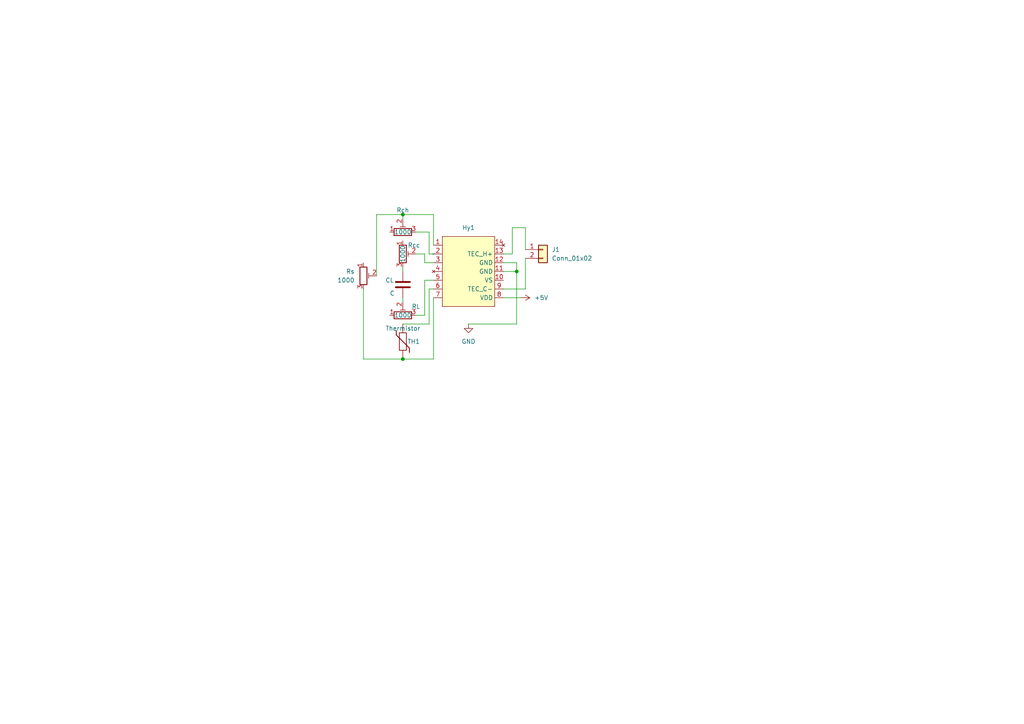
<source format=kicad_sch>
(kicad_sch (version 20230121) (generator eeschema)
  (paper "A4")
  (lib_symbols
    (symbol "Connector_Generic:Conn_01x02" (pin_names (offset 1.016) hide)
      (property "Reference" "J" (at 0 2.54 0))
      (property "Value" "Conn_01x02" (at 0 -5.08 0))
      (symbol "Conn_01x02_1_1"
        (rectangle (start -1.27 -2.413) (end 0 -2.667) (stroke (width 0.1524)))
        (rectangle (start -1.27 0.127) (end 0 -0.127) (stroke (width 0.1524)))
        (rectangle (start -1.27 1.27) (end 1.27 -3.81) (stroke (width 0.254)) (fill (type background)))
        (pin passive line (at -5.08 0 0) (length 3.81) (name "Pin_1") (number "1"))
        (pin passive line (at -5.08 -2.54 0) (length 3.81) (name "Pin_2") (number "2"))
      )
    )
    (symbol "Device:C" (pin_numbers hide) (pin_names (offset 0.254))
      (property "Reference" "C" (at 0.635 2.54 0))
      (property "Value" "C" (at 0.635 -2.54 0))
      (symbol "C_0_1"
        (polyline (pts (xy -2.032 -0.762) (xy 2.032 -0.762)) (stroke (width 0.508)))
        (polyline (pts (xy -2.032 0.762) (xy 2.032 0.762)) (stroke (width 0.508)))
      )
      (symbol "C_1_1"
        (pin passive line (at 0 3.81 270) (length 2.794) (name "~") (number "1"))
        (pin passive line (at 0 -3.81 90) (length 2.794) (name "~") (number "2"))
      )
    )
    (symbol "Device:R_Potentiometer_Trim" (pin_names (offset 1.016) hide)
      (property "Reference" "RV" (at -4.445 0 90))
      (property "Value" "R_Potentiometer_Trim" (at -2.54 0 90))
      (symbol "R_Potentiometer_Trim_0_1"
        (polyline (pts (xy 1.524 0.762) (xy 1.524 -0.762)))
        (polyline (pts (xy 2.54 0) (xy 1.524 0)))
        (rectangle (start 1.016 2.54) (end -1.016 -2.54) (stroke (width 0.254)))
      )
      (symbol "R_Potentiometer_Trim_1_1"
        (pin passive line (at 0 3.81 270) (length 1.27) (name "1") (number "1"))
        (pin passive line (at 3.81 0 180) (length 1.27) (name "2") (number "2"))
        (pin passive line (at 0 -3.81 90) (length 1.27) (name "3") (number "3"))
      )
    )
    (symbol "Device:Thermistor" (pin_numbers hide) (pin_names (offset 0))
      (property "Reference" "TH" (at 2.54 1.27 90))
      (property "Value" "Thermistor" (at -2.54 0 90))
      (symbol "Thermistor_0_1"
        (rectangle (start -1.016 2.54) (end 1.016 -2.54) (stroke (width 0.2032)))
        (polyline (pts (xy -1.905 3.175) (xy -1.905 1.905) (xy 1.905 -1.905) (xy 1.905 -3.175) (xy 1.905 -3.175)) (stroke (width 0.254)))
      )
      (symbol "Thermistor_1_1"
        (pin passive line (at 0 5.08 270) (length 2.54) (name "~") (number "1"))
        (pin passive line (at 0 -5.08 90) (length 2.54) (name "~") (number "2"))
      )
    )
    (symbol "Hytek_Controllers:Hy5640"
      (property "Reference" "Hy5640" (at -2.54 10.16 0))
      (symbol "Hy5640_1_1"
        (rectangle (start -5.08 7.62) (end 10.16 -12.7) (fill (type background)))
        (pin input line (at -7.62 5.08 0) (length 2.54) (name "") (number "1"))
        (pin input line (at 12.7 -5.08 180) (length 2.54) (name "VS") (number "10"))
        (pin input line (at 12.7 -2.54 180) (length 2.54) (name "GND") (number "11"))
        (pin input line (at 12.7 0 180) (length 2.54) (name "GND") (number "12"))
        (pin bidirectional line (at 12.7 2.54 180) (length 2.54) (name "TEC_H+") (number "13"))
        (pin no_connect line (at 12.7 5.08 180) (length 2.54) (name "") (number "14"))
        (pin input line (at -7.62 2.54 0) (length 2.54) (name "") (number "2"))
        (pin input line (at -7.62 0 0) (length 2.54) (name "") (number "3"))
        (pin no_connect line (at -7.62 -2.54 0) (length 2.54) (name "") (number "4"))
        (pin input line (at -7.62 -5.08 0) (length 2.54) (name "") (number "5"))
        (pin input line (at -7.62 -7.62 0) (length 2.54) (name "") (number "6"))
        (pin input line (at -7.62 -10.16 0) (length 2.54) (name "") (number "7"))
        (pin input line (at 12.7 -10.16 180) (length 2.54) (name "VDD") (number "8"))
        (pin bidirectional line (at 12.7 -7.62 180) (length 2.54) (name "TEC_C-") (number "9"))
      )
    )
    (symbol "power:+5V" (power) (pin_names (offset 0))
      (property "Value" "+5V" (at 0 3.556 0))
      (symbol "+5V_0_1"
        (polyline (pts (xy -0.762 1.27) (xy 0 2.54)))
        (polyline (pts (xy 0 0) (xy 0 2.54)))
        (polyline (pts (xy 0 2.54) (xy 0.762 1.27)))
      )
      (symbol "+5V_1_1"
        (pin power_in line (at 0 0 90) (length 0) hide (name "+5V") (number "1"))
      )
    )
    (symbol "power:GND" (power) (pin_names (offset 0))
      (property "Value" "GND" (at 0 -3.81 0))
      (symbol "GND_0_1"
        (polyline (pts (xy 0 0) (xy 0 -1.27) (xy 1.27 -1.27) (xy 0 -2.54) (xy -1.27 -1.27) (xy 0 -1.27)))
      )
      (symbol "GND_1_1"
        (pin power_in line (at 0 0 270) (length 0) hide (name "GND") (number "1"))
      )
    )
  )
  (junction (at 149.86 78.74))
  (junction (at 116.84 62.23))
  (junction (at 116.84 104.14))
  (wire (pts (xy 125.73 71.12) (xy 125.73 62.23)))
  (wire (pts (xy 116.84 63.5) (xy 116.84 62.23)))
  (wire (pts (xy 116.84 62.23) (xy 125.73 62.23)))
  (wire (pts (xy 123.19 76.2) (xy 123.19 73.66)))
  (wire (pts (xy 109.22 62.23) (xy 116.84 62.23)))
  (wire (pts (xy 146.05 73.66) (xy 148.59 73.66)))
  (wire (pts (xy 116.84 86.36) (xy 116.84 87.63)))
  (wire (pts (xy 146.05 86.36) (xy 151.13 86.36)))
  (wire (pts (xy 152.4 66.04) (xy 152.4 72.39)))
  (wire (pts (xy 120.65 73.66) (xy 123.19 73.66)))
  (wire (pts (xy 116.84 104.14) (xy 105.41 104.14)))
  (wire (pts (xy 124.46 73.66) (xy 125.73 73.66)))
  (wire (pts (xy 125.73 83.82) (xy 124.46 83.82)))
  (wire (pts (xy 149.86 76.2) (xy 149.86 78.74)))
  (wire (pts (xy 124.46 67.31) (xy 120.65 67.31)))
  (wire (pts (xy 125.73 86.36) (xy 125.73 104.14)))
  (wire (pts (xy 146.05 78.74) (xy 149.86 78.74)))
  (wire (pts (xy 123.19 91.44) (xy 120.65 91.44)))
  (wire (pts (xy 123.19 81.28) (xy 123.19 91.44)))
  (wire (pts (xy 124.46 83.82) (xy 124.46 93.98)))
  (wire (pts (xy 125.73 81.28) (xy 123.19 81.28)))
  (wire (pts (xy 116.84 77.47) (xy 116.84 78.74)))
  (wire (pts (xy 116.84 93.98) (xy 124.46 93.98)))
  (wire (pts (xy 152.4 83.82) (xy 152.4 74.93)))
  (wire (pts (xy 149.86 93.98) (xy 135.89 93.98)))
  (wire (pts (xy 146.05 76.2) (xy 149.86 76.2)))
  (wire (pts (xy 124.46 73.66) (xy 124.46 67.31)))
  (wire (pts (xy 149.86 78.74) (xy 149.86 93.98)))
  (wire (pts (xy 146.05 83.82) (xy 152.4 83.82)))
  (wire (pts (xy 125.73 76.2) (xy 123.19 76.2)))
  (wire (pts (xy 148.59 66.04) (xy 152.4 66.04)))
  (wire (pts (xy 105.41 104.14) (xy 105.41 83.82)))
  (wire (pts (xy 148.59 73.66) (xy 148.59 66.04)))
  (wire (pts (xy 109.22 62.23) (xy 109.22 80.01)))
  (wire (pts (xy 125.73 104.14) (xy 116.84 104.14)))
  (symbol (lib_id "Hytek_Controllers:Hy5640") (at 133.35 76.2 0) (unit 1)
    (property "Reference" "Hy1" (at 135.89 66.04 0))
    (property "Value" "~" (at 125.73 73.66 0))
  )
  (symbol (lib_id "power:GND") (at 135.89 93.98 0) (unit 1)
    (property "Reference" "#PWR02" (effects hide))
    (property "Value" "GND" (at 135.89 99.06 0))
  )
  (symbol (lib_id "Device:C") (at 116.84 82.55 0) (unit 1)
    (property "Reference" "CL" (at 111.76 81.28 0) (effects (justify left)))
    (property "Value" "C" (at 113.03 85.09 0) (effects (justify left)))
  )
  (symbol (lib_id "Device:R_Potentiometer_Trim") (at 116.84 67.31 90) (unit 1)
    (property "Reference" "Rch" (at 116.84 60.96 90))
    (property "Value" "1000" (at 116.84 67.31 90))
  )
  (symbol (lib_id "Device:R_Potentiometer_Trim") (at 105.41 80.01 0) (unit 1)
    (property "Reference" "Rs" (at 102.87 78.74 0) (effects (justify right)))
    (property "Value" "1000" (at 102.87 81.28 0) (effects (justify right)))
  )
  (symbol (lib_id "Device:R_Potentiometer_Trim") (at 116.84 73.66 0) (unit 1)
    (property "Reference" "Rcc" (at 121.92 71.12 0) (effects (justify right)))
    (property "Value" "1000" (at 116.84 71.12 90) (effects (justify right)))
  )
  (symbol (lib_id "Connector_Generic:Conn_01x02") (at 157.48 72.39 0) (unit 1)
    (property "Reference" "J1" (at 160.02 72.39 0) (effects (justify left)))
    (property "Value" "Conn_01x02" (at 160.02 74.93 0) (effects (justify left)))
  )
  (symbol (lib_id "Device:Thermistor") (at 116.84 99.06 0) (unit 1)
    (property "Reference" "TH1" (at 118.11 99.06 0) (effects (justify left)))
    (property "Value" "Thermistor" (at 111.76 95.25 0) (effects (justify left)))
  )
  (symbol (lib_id "Device:R_Potentiometer_Trim") (at 116.84 91.44 90) (unit 1)
    (property "Reference" "RL" (at 120.65 88.9 90))
    (property "Value" "1000" (at 116.84 91.44 90))
  )
  (symbol (lib_id "power:+5V") (at 151.13 86.36 270) (unit 1)
    (property "Reference" "#PWR01" (effects hide))
    (property "Value" "+5V" (at 154.94 86.36 90) (effects (justify left)))
  )
)
</source>
